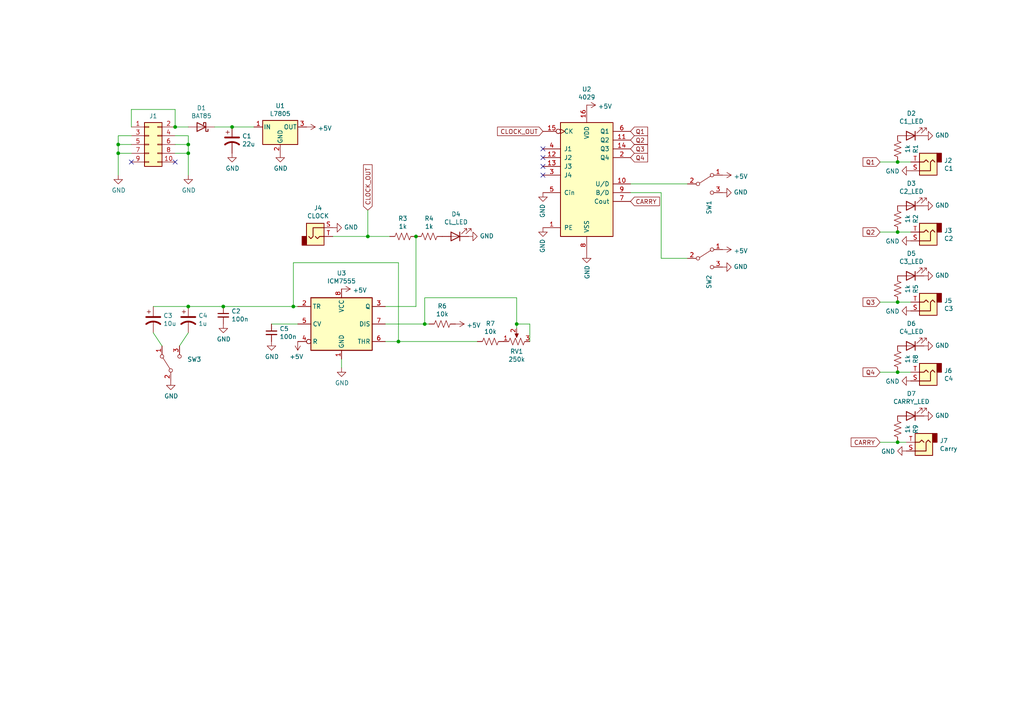
<source format=kicad_sch>
(kicad_sch (version 20211123) (generator eeschema)
  (paper "A4")
  (lib_symbols
    (symbol "4xxx:4029" (pin_names (offset 1.016))
      (property "Reference" "U" (at -7.62 16.51 0))
      (property "Value" "4029" (at -7.62 -19.05 0))
      (symbol "4029_1_0"
        (pin input line (at -12.7 -15.24 0) (length 5.08) (name "PE") (number "1"))
        (pin input line (at 12.7 -2.54 180) (length 5.08) (name "U/D") (number "10"))
        (pin output line (at 12.7 10.16 180) (length 5.08) (name "Q2") (number "11"))
        (pin input line (at -12.7 5.08 0) (length 5.08) (name "J2") (number "12"))
        (pin input line (at -12.7 2.54 0) (length 5.08) (name "J3") (number "13"))
        (pin output line (at 12.7 7.62 180) (length 5.08) (name "Q3") (number "14"))
        (pin input inverted_clock (at -12.7 12.7 0) (length 5.08) (name "CK") (number "15"))
        (pin power_in line (at 0 20.32 270) (length 5.08) (name "VDD") (number "16"))
        (pin output line (at 12.7 5.08 180) (length 5.08) (name "Q4") (number "2"))
        (pin input line (at -12.7 0 0) (length 5.08) (name "J4") (number "3"))
        (pin input line (at -12.7 7.62 0) (length 5.08) (name "J1") (number "4"))
        (pin input line (at -12.7 -5.08 0) (length 5.08) (name "Cin") (number "5"))
        (pin output line (at 12.7 12.7 180) (length 5.08) (name "Q1") (number "6"))
        (pin output line (at 12.7 -7.62 180) (length 5.08) (name "Cout") (number "7"))
        (pin power_in line (at 0 -22.86 90) (length 5.08) (name "VSS") (number "8"))
        (pin input line (at 12.7 -5.08 180) (length 5.08) (name "B/D") (number "9"))
      )
      (symbol "4029_1_1"
        (rectangle (start -7.62 15.24) (end 7.62 -17.78) (stroke (width 0.254)) (fill (type background)))
      )
    )
    (symbol "7555-4029-rescue:CP1-Device" (pin_numbers hide) (pin_names (offset 0.254) hide)
      (property "Reference" "C" (at 0.635 2.54 0))
      (property "Value" "CP1-Device" (at 0.635 -2.54 0))
      (symbol "CP1-Device_0_1"
        (polyline (pts (xy -2.032 0.762) (xy 2.032 0.762)) (stroke (width 0.508)))
        (polyline (pts (xy -1.778 2.286) (xy -0.762 2.286)))
        (polyline (pts (xy -1.27 1.778) (xy -1.27 2.794)))
        (arc (start 2.032 -1.27) (mid 0 -0.5572) (end -2.032 -1.27) (stroke (width 0.508)))
      )
      (symbol "CP1-Device_1_1"
        (pin passive line (at 0 3.81 270) (length 2.794) (name "~") (number "1"))
        (pin passive line (at 0 -3.81 90) (length 3.302) (name "~") (number "2"))
      )
    )
    (symbol "7555-4029-rescue:R_POT_US-Device" (pin_names (offset 1.016) hide)
      (property "Reference" "RV" (at -4.445 0 90))
      (property "Value" "R_POT_US-Device" (at -2.54 0 90))
      (symbol "R_POT_US-Device_0_1"
        (polyline (pts (xy 0 -2.286) (xy 0 -2.54)))
        (polyline (pts (xy 0 2.54) (xy 0 2.286)))
        (polyline (pts (xy 2.54 0) (xy 1.524 0)))
        (polyline (pts (xy 1.143 0) (xy 2.286 0.508) (xy 2.286 -0.508) (xy 1.143 0)) (fill (type outline)))
        (polyline (pts (xy 0 -0.762) (xy 1.016 -1.143) (xy 0 -1.524) (xy -1.016 -1.905) (xy 0 -2.286)))
        (polyline (pts (xy 0 0.762) (xy 1.016 0.381) (xy 0 0) (xy -1.016 -0.381) (xy 0 -0.762)))
        (polyline (pts (xy 0 2.286) (xy 1.016 1.905) (xy 0 1.524) (xy -1.016 1.143) (xy 0 0.762)))
      )
      (symbol "R_POT_US-Device_1_1"
        (pin passive line (at 0 3.81 270) (length 1.27) (name "1") (number "1"))
        (pin passive line (at 3.81 0 180) (length 1.27) (name "2") (number "2"))
        (pin passive line (at 0 -3.81 90) (length 1.27) (name "3") (number "3"))
      )
    )
    (symbol "Connector:AudioJack2"
      (property "Reference" "J" (at 0 8.89 0))
      (property "Value" "AudioJack2" (at 0 6.35 0))
      (symbol "AudioJack2_0_1"
        (rectangle (start -3.81 0) (end -2.54 -2.54) (stroke (width 0.254)) (fill (type outline)))
        (rectangle (start -2.54 3.81) (end 2.54 -2.54) (stroke (width 0.254)) (fill (type background)))
        (polyline (pts (xy 0 0) (xy 0.635 -0.635) (xy 1.27 0) (xy 2.54 0)) (stroke (width 0.254)))
        (polyline (pts (xy 2.54 2.54) (xy -0.635 2.54) (xy -0.635 0) (xy -1.27 -0.635) (xy -1.905 0)) (stroke (width 0.254)))
      )
      (symbol "AudioJack2_1_1"
        (pin passive line (at 5.08 2.54 180) (length 2.54) (name "~") (number "S"))
        (pin passive line (at 5.08 0 180) (length 2.54) (name "~") (number "T"))
      )
    )
    (symbol "Connector_Generic:Conn_02x05_Odd_Even" (pin_names (offset 1.016) hide)
      (property "Reference" "J" (at 1.27 7.62 0))
      (property "Value" "Conn_02x05_Odd_Even" (at 1.27 -7.62 0))
      (symbol "Conn_02x05_Odd_Even_1_1"
        (rectangle (start -1.27 -4.953) (end 0 -5.207) (stroke (width 0.1524)))
        (rectangle (start -1.27 -2.413) (end 0 -2.667) (stroke (width 0.1524)))
        (rectangle (start -1.27 0.127) (end 0 -0.127) (stroke (width 0.1524)))
        (rectangle (start -1.27 2.667) (end 0 2.413) (stroke (width 0.1524)))
        (rectangle (start -1.27 5.207) (end 0 4.953) (stroke (width 0.1524)))
        (rectangle (start -1.27 6.35) (end 3.81 -6.35) (stroke (width 0.254)) (fill (type background)))
        (rectangle (start 3.81 -4.953) (end 2.54 -5.207) (stroke (width 0.1524)))
        (rectangle (start 3.81 -2.413) (end 2.54 -2.667) (stroke (width 0.1524)))
        (rectangle (start 3.81 0.127) (end 2.54 -0.127) (stroke (width 0.1524)))
        (rectangle (start 3.81 2.667) (end 2.54 2.413) (stroke (width 0.1524)))
        (rectangle (start 3.81 5.207) (end 2.54 4.953) (stroke (width 0.1524)))
        (pin passive line (at -5.08 5.08 0) (length 3.81) (name "Pin_1") (number "1"))
        (pin passive line (at 7.62 -5.08 180) (length 3.81) (name "Pin_10") (number "10"))
        (pin passive line (at 7.62 5.08 180) (length 3.81) (name "Pin_2") (number "2"))
        (pin passive line (at -5.08 2.54 0) (length 3.81) (name "Pin_3") (number "3"))
        (pin passive line (at 7.62 2.54 180) (length 3.81) (name "Pin_4") (number "4"))
        (pin passive line (at -5.08 0 0) (length 3.81) (name "Pin_5") (number "5"))
        (pin passive line (at 7.62 0 180) (length 3.81) (name "Pin_6") (number "6"))
        (pin passive line (at -5.08 -2.54 0) (length 3.81) (name "Pin_7") (number "7"))
        (pin passive line (at 7.62 -2.54 180) (length 3.81) (name "Pin_8") (number "8"))
        (pin passive line (at -5.08 -5.08 0) (length 3.81) (name "Pin_9") (number "9"))
      )
    )
    (symbol "Device:C_Small" (pin_numbers hide) (pin_names (offset 0.254) hide)
      (property "Reference" "C" (at 0.254 1.778 0))
      (property "Value" "C_Small" (at 0.254 -2.032 0))
      (symbol "C_Small_0_1"
        (polyline (pts (xy -1.524 -0.508) (xy 1.524 -0.508)) (stroke (width 0.3302)))
        (polyline (pts (xy -1.524 0.508) (xy 1.524 0.508)) (stroke (width 0.3048)))
      )
      (symbol "C_Small_1_1"
        (pin passive line (at 0 2.54 270) (length 2.032) (name "~") (number "1"))
        (pin passive line (at 0 -2.54 90) (length 2.032) (name "~") (number "2"))
      )
    )
    (symbol "Device:LED" (pin_numbers hide) (pin_names (offset 1.016) hide)
      (property "Reference" "D" (at 0 2.54 0))
      (property "Value" "LED" (at 0 -2.54 0))
      (symbol "LED_0_1"
        (polyline (pts (xy -1.27 -1.27) (xy -1.27 1.27)) (stroke (width 0.254)))
        (polyline (pts (xy -1.27 0) (xy 1.27 0)))
        (polyline (pts (xy 1.27 -1.27) (xy 1.27 1.27) (xy -1.27 0) (xy 1.27 -1.27)) (stroke (width 0.254)))
        (polyline (pts (xy -3.048 -0.762) (xy -4.572 -2.286) (xy -3.81 -2.286) (xy -4.572 -2.286) (xy -4.572 -1.524)))
        (polyline (pts (xy -1.778 -0.762) (xy -3.302 -2.286) (xy -2.54 -2.286) (xy -3.302 -2.286) (xy -3.302 -1.524)))
      )
      (symbol "LED_1_1"
        (pin passive line (at -3.81 0 0) (length 2.54) (name "K") (number "1"))
        (pin passive line (at 3.81 0 180) (length 2.54) (name "A") (number "2"))
      )
    )
    (symbol "Device:R_US" (pin_numbers hide) (pin_names (offset 0))
      (property "Reference" "R" (at 2.54 0 90))
      (property "Value" "R_US" (at -2.54 0 90))
      (symbol "R_US_0_1"
        (polyline (pts (xy 0 -2.286) (xy 0 -2.54)))
        (polyline (pts (xy 0 2.286) (xy 0 2.54)))
        (polyline (pts (xy 0 -0.762) (xy 1.016 -1.143) (xy 0 -1.524) (xy -1.016 -1.905) (xy 0 -2.286)))
        (polyline (pts (xy 0 0.762) (xy 1.016 0.381) (xy 0 0) (xy -1.016 -0.381) (xy 0 -0.762)))
        (polyline (pts (xy 0 2.286) (xy 1.016 1.905) (xy 0 1.524) (xy -1.016 1.143) (xy 0 0.762)))
      )
      (symbol "R_US_1_1"
        (pin passive line (at 0 3.81 270) (length 1.27) (name "~") (number "1"))
        (pin passive line (at 0 -3.81 90) (length 1.27) (name "~") (number "2"))
      )
    )
    (symbol "Diode:BAT85" (pin_numbers hide) (pin_names (offset 1.016) hide)
      (property "Reference" "D" (at 0 2.54 0))
      (property "Value" "BAT85" (at 0 -2.54 0))
      (symbol "BAT85_0_1"
        (polyline (pts (xy 1.27 0) (xy -1.27 0)))
        (polyline (pts (xy 1.27 1.27) (xy 1.27 -1.27) (xy -1.27 0) (xy 1.27 1.27)) (stroke (width 0.254)))
        (polyline (pts (xy -1.905 0.635) (xy -1.905 1.27) (xy -1.27 1.27) (xy -1.27 -1.27) (xy -0.635 -1.27) (xy -0.635 -0.635)) (stroke (width 0.254)))
      )
      (symbol "BAT85_1_1"
        (pin passive line (at -3.81 0 0) (length 2.54) (name "K") (number "1"))
        (pin passive line (at 3.81 0 180) (length 2.54) (name "A") (number "2"))
      )
    )
    (symbol "Regulator_Linear:L7805" (pin_names (offset 0.254))
      (property "Reference" "U" (at -3.81 3.175 0))
      (property "Value" "L7805" (at 0 3.175 0))
      (symbol "L7805_0_1"
        (rectangle (start -5.08 1.905) (end 5.08 -5.08) (stroke (width 0.254)) (fill (type background)))
      )
      (symbol "L7805_1_1"
        (pin power_in line (at -7.62 0 0) (length 2.54) (name "IN") (number "1"))
        (pin power_in line (at 0 -7.62 90) (length 2.54) (name "GND") (number "2"))
        (pin power_out line (at 7.62 0 180) (length 2.54) (name "OUT") (number "3"))
      )
    )
    (symbol "Switch:SW_SPDT" (pin_names (offset 0) hide)
      (property "Reference" "SW" (at 0 4.318 0))
      (property "Value" "SW_SPDT" (at 0 -5.08 0))
      (symbol "SW_SPDT_0_0"
        (circle (center -2.032 0) (radius 0.508))
        (circle (center 2.032 -2.54) (radius 0.508))
      )
      (symbol "SW_SPDT_0_1"
        (polyline (pts (xy -1.524 0.254) (xy 1.651 2.286)))
        (circle (center 2.032 2.54) (radius 0.508))
      )
      (symbol "SW_SPDT_1_1"
        (pin passive line (at 5.08 2.54 180) (length 2.54) (name "A") (number "1"))
        (pin passive line (at -5.08 0 0) (length 2.54) (name "B") (number "2"))
        (pin passive line (at 5.08 -2.54 180) (length 2.54) (name "C") (number "3"))
      )
    )
    (symbol "Timer:ICM7555xB"
      (property "Reference" "U" (at -10.16 8.89 0))
      (property "Value" "ICM7555xB" (at 2.54 8.89 0))
      (symbol "ICM7555xB_0_0"
        (pin power_in line (at 0 -10.16 90) (length 2.54) (name "GND") (number "1"))
        (pin power_in line (at 0 10.16 270) (length 2.54) (name "VCC") (number "8"))
      )
      (symbol "ICM7555xB_0_1"
        (rectangle (start -8.89 -7.62) (end 8.89 7.62) (stroke (width 0.254)) (fill (type background)))
        (rectangle (start -8.89 -7.62) (end 8.89 7.62) (stroke (width 0.254)) (fill (type background)))
      )
      (symbol "ICM7555xB_1_1"
        (pin input line (at -12.7 5.08 0) (length 3.81) (name "TR") (number "2"))
        (pin output line (at 12.7 5.08 180) (length 3.81) (name "Q") (number "3"))
        (pin input inverted (at -12.7 -5.08 0) (length 3.81) (name "R") (number "4"))
        (pin input line (at -12.7 0 0) (length 3.81) (name "CV") (number "5"))
        (pin input line (at 12.7 -5.08 180) (length 3.81) (name "THR") (number "6"))
        (pin input line (at 12.7 0 180) (length 3.81) (name "DIS") (number "7"))
      )
    )
    (symbol "power:+5V" (power) (pin_names (offset 0))
      (property "Value" "+5V" (at 0 3.556 0))
      (symbol "+5V_0_1"
        (polyline (pts (xy -0.762 1.27) (xy 0 2.54)))
        (polyline (pts (xy 0 0) (xy 0 2.54)))
        (polyline (pts (xy 0 2.54) (xy 0.762 1.27)))
      )
      (symbol "+5V_1_1"
        (pin power_in line (at 0 0 90) (length 0) hide (name "+5V") (number "1"))
      )
    )
    (symbol "power:GND" (power) (pin_names (offset 0))
      (property "Value" "GND" (at 0 -3.81 0))
      (symbol "GND_0_1"
        (polyline (pts (xy 0 0) (xy 0 -1.27) (xy 1.27 -1.27) (xy 0 -2.54) (xy -1.27 -1.27) (xy 0 -1.27)))
      )
      (symbol "GND_1_1"
        (pin power_in line (at 0 0 270) (length 0) hide (name "GND") (number "1"))
      )
    )
  )
  (junction (at 106.68 68.58))
  (junction (at 64.77 88.9))
  (junction (at 54.61 88.9))
  (junction (at 260.35 128.27))
  (junction (at 85.09 88.9))
  (junction (at 67.31 36.83))
  (junction (at 149.86 93.98))
  (junction (at 260.35 107.95))
  (junction (at 54.61 44.45))
  (junction (at 120.65 68.58))
  (junction (at 260.35 46.99))
  (junction (at 115.57 99.06))
  (junction (at 50.8 36.83))
  (junction (at 260.35 87.63))
  (junction (at 34.29 44.45))
  (junction (at 54.61 41.91))
  (junction (at 260.35 67.31))
  (junction (at 123.19 93.98))
  (junction (at 34.29 41.91))
  (no_connect (at 157.48 43.18))
  (no_connect (at 50.8 46.99))
  (no_connect (at 157.48 48.26))
  (no_connect (at 38.1 46.99))
  (no_connect (at 157.48 50.8))
  (no_connect (at 157.48 45.72))
  (wire (pts (xy 123.19 93.98) (xy 124.46 93.98)))
  (wire (pts (xy 38.1 36.83) (xy 38.1 31.75)))
  (wire (pts (xy 191.77 74.93) (xy 199.39 74.93)))
  (wire (pts (xy 50.8 41.91) (xy 54.61 41.91)))
  (wire (pts (xy 255.27 67.31) (xy 260.35 67.31)))
  (wire (pts (xy 52.07 100.33) (xy 54.61 96.52)))
  (wire (pts (xy 260.35 128.27) (xy 262.89 128.27)))
  (wire (pts (xy 54.61 39.37) (xy 54.61 41.91)))
  (wire (pts (xy 111.76 88.9) (xy 120.65 88.9)))
  (wire (pts (xy 191.77 55.88) (xy 191.77 74.93)))
  (wire (pts (xy 85.09 88.9) (xy 64.77 88.9)))
  (wire (pts (xy 260.35 46.99) (xy 264.16 46.99)))
  (wire (pts (xy 260.35 87.63) (xy 264.16 87.63)))
  (wire (pts (xy 64.77 88.9) (xy 54.61 88.9)))
  (wire (pts (xy 260.35 128.27) (xy 255.27 128.27)))
  (wire (pts (xy 111.76 93.98) (xy 123.19 93.98)))
  (wire (pts (xy 260.35 67.31) (xy 264.16 67.31)))
  (wire (pts (xy 34.29 39.37) (xy 34.29 41.91)))
  (wire (pts (xy 123.19 86.36) (xy 149.86 86.36)))
  (wire (pts (xy 120.65 88.9) (xy 120.65 68.58)))
  (wire (pts (xy 255.27 107.95) (xy 260.35 107.95)))
  (wire (pts (xy 86.36 88.9) (xy 85.09 88.9)))
  (wire (pts (xy 34.29 41.91) (xy 38.1 41.91)))
  (wire (pts (xy 50.8 44.45) (xy 54.61 44.45)))
  (wire (pts (xy 34.29 44.45) (xy 34.29 50.8)))
  (wire (pts (xy 106.68 68.58) (xy 96.52 68.58)))
  (wire (pts (xy 153.67 93.98) (xy 149.86 93.98)))
  (wire (pts (xy 38.1 31.75) (xy 50.8 31.75)))
  (wire (pts (xy 86.36 93.98) (xy 78.74 93.98)))
  (wire (pts (xy 106.68 68.58) (xy 106.68 60.96)))
  (wire (pts (xy 62.23 36.83) (xy 67.31 36.83)))
  (wire (pts (xy 85.09 76.2) (xy 85.09 88.9)))
  (wire (pts (xy 138.43 99.06) (xy 115.57 99.06)))
  (wire (pts (xy 34.29 41.91) (xy 34.29 44.45)))
  (wire (pts (xy 54.61 44.45) (xy 54.61 50.8)))
  (wire (pts (xy 50.8 31.75) (xy 50.8 36.83)))
  (wire (pts (xy 54.61 88.9) (xy 44.45 88.9)))
  (wire (pts (xy 99.06 106.68) (xy 99.06 104.14)))
  (wire (pts (xy 115.57 76.2) (xy 85.09 76.2)))
  (wire (pts (xy 67.31 36.83) (xy 73.66 36.83)))
  (wire (pts (xy 255.27 87.63) (xy 260.35 87.63)))
  (wire (pts (xy 115.57 76.2) (xy 115.57 99.06)))
  (wire (pts (xy 149.86 93.98) (xy 149.86 95.25)))
  (wire (pts (xy 153.67 99.06) (xy 153.67 93.98)))
  (wire (pts (xy 113.03 68.58) (xy 106.68 68.58)))
  (wire (pts (xy 111.76 99.06) (xy 115.57 99.06)))
  (wire (pts (xy 182.88 53.34) (xy 199.39 53.34)))
  (wire (pts (xy 149.86 86.36) (xy 149.86 93.98)))
  (wire (pts (xy 50.8 39.37) (xy 54.61 39.37)))
  (wire (pts (xy 54.61 41.91) (xy 54.61 44.45)))
  (wire (pts (xy 255.27 46.99) (xy 260.35 46.99)))
  (wire (pts (xy 46.99 100.33) (xy 44.45 96.52)))
  (wire (pts (xy 182.88 55.88) (xy 191.77 55.88)))
  (wire (pts (xy 50.8 36.83) (xy 54.61 36.83)))
  (wire (pts (xy 123.19 93.98) (xy 123.19 86.36)))
  (wire (pts (xy 38.1 44.45) (xy 34.29 44.45)))
  (wire (pts (xy 264.16 107.95) (xy 260.35 107.95)))
  (wire (pts (xy 38.1 39.37) (xy 34.29 39.37)))
  (global_label "Q3" (shape input) (at 255.27 87.63 180) (property "Intersheet References" "${INTERSHEET_REFS}" (effects hide)))
  (global_label "Q2" (shape input) (at 255.27 67.31 180) (property "Intersheet References" "${INTERSHEET_REFS}" (effects hide)))
  (global_label "Q1" (shape input) (at 255.27 46.99 180) (property "Intersheet References" "${INTERSHEET_REFS}" (effects hide)))
  (global_label "Q4" (shape input) (at 255.27 107.95 180) (property "Intersheet References" "${INTERSHEET_REFS}" (effects hide)))
  (global_label "Q4" (shape input) (at 182.88 45.72 0) (property "Intersheet References" "${INTERSHEET_REFS}" (effects hide)))
  (global_label "CARRY" (shape input) (at 182.88 58.42 0) (property "Intersheet References" "${INTERSHEET_REFS}" (effects hide)))
  (global_label "CARRY" (shape input) (at 255.27 128.27 180) (property "Intersheet References" "${INTERSHEET_REFS}" (effects hide)))
  (global_label "Q3" (shape input) (at 182.88 43.18 0) (property "Intersheet References" "${INTERSHEET_REFS}" (effects hide)))
  (global_label "Q1" (shape input) (at 182.88 38.1 0) (property "Intersheet References" "${INTERSHEET_REFS}" (effects hide)))
  (global_label "CLOCK_OUT" (shape input) (at 106.68 60.96 90) (property "Intersheet References" "${INTERSHEET_REFS}" (effects hide)))
  (global_label "Q2" (shape input) (at 182.88 40.64 0) (property "Intersheet References" "${INTERSHEET_REFS}" (effects hide)))
  (global_label "CLOCK_OUT" (shape input) (at 157.48 38.1 180) (property "Intersheet References" "${INTERSHEET_REFS}" (effects hide)))
  (symbol (lib_id "Switch:SW_SPDT") (at 204.47 53.34 0) (unit 1)
    (property "Reference" "SW1" (at 205.6384 58.1152 90) (effects (justify right)))
    (property "Value" "SW_SPDT" (effects hide))
    (property "Footprint" "Connector_PinSocket_2.54mm:PinSocket_1x03_P2.54mm_Vertical" (effects hide))
  )
  (symbol (lib_id "power:GND") (at 96.52 66.04 90) (unit 1)
    (property "Reference" "#PWR013" (effects hide))
    (property "Value" "GND" (at 99.7712 65.913 90) (effects (justify right)))
  )
  (symbol (lib_id "Device:C_Small") (at 64.77 91.44 0) (unit 1)
    (property "Reference" "C2" (at 67.1068 90.2716 0) (effects (justify left)))
    (property "Value" "100n" (at 67.1068 92.583 0) (effects (justify left)))
    (property "Footprint" "benjiaomodular:Capacitor_Disc_D3.8mm_W2.6mm_P2.50mm" (effects hide))
  )
  (symbol (lib_id "Device:R_US") (at 142.24 99.06 270) (unit 1)
    (property "Reference" "R7" (at 142.24 93.853 90))
    (property "Value" "10k" (at 142.24 96.1644 90))
    (property "Footprint" "benjiaomodular:Resistor_L6.3mm_D2.5mm_P7.62mm_Horizontal" (effects hide))
  )
  (symbol (lib_id "power:GND") (at 267.97 80.01 90) (unit 1)
    (property "Reference" "#PWR020" (effects hide))
    (property "Value" "GND" (at 271.2212 79.883 90) (effects (justify right)))
  )
  (symbol (lib_id "power:GND") (at 267.97 120.65 90) (unit 1)
    (property "Reference" "#PWR031" (effects hide))
    (property "Value" "GND" (at 271.2212 120.523 90) (effects (justify right)))
  )
  (symbol (lib_id "power:GND") (at 34.29 50.8 0) (unit 1)
    (property "Reference" "#PWR07" (effects hide))
    (property "Value" "GND" (at 34.417 55.1942 0))
  )
  (symbol (lib_id "Regulator_Linear:L7805") (at 81.28 36.83 0) (unit 1)
    (property "Reference" "U1" (at 81.28 30.6832 0))
    (property "Value" "L7805" (at 81.28 32.9946 0))
    (property "Footprint" "Package_TO_SOT_THT:TO-220-3_Vertical" (effects hide))
    (property "Datasheet" "http://www.st.com/content/ccc/resource/technical/document/datasheet/41/4f/b3/b0/12/d4/47/88/CD00000444.pdf/files/CD00000444.pdf/jcr:content/translations/en.CD00000444.pdf" (effects hide))
  )
  (symbol (lib_id "Device:LED") (at 264.16 120.65 180) (unit 1)
    (property "Reference" "D7" (at 264.3378 114.173 0))
    (property "Value" "CARRY_LED" (at 264.3378 116.4844 0))
    (property "Footprint" "LED_THT:LED_D3.0mm" (effects hide))
  )
  (symbol (lib_id "power:+5V") (at 99.06 83.82 270) (unit 1)
    (property "Reference" "#PWR021" (effects hide))
    (property "Value" "+5V" (at 102.3112 84.201 90) (effects (justify left)))
  )
  (symbol (lib_id "power:GND") (at 264.16 69.85 270) (unit 1)
    (property "Reference" "#PWR016" (effects hide))
    (property "Value" "GND" (at 260.9088 69.977 90) (effects (justify right)))
  )
  (symbol (lib_id "Device:LED") (at 132.08 68.58 180) (unit 1)
    (property "Reference" "D4" (at 132.2578 62.103 0))
    (property "Value" "CL_LED" (at 132.2578 64.4144 0))
    (property "Footprint" "LED_THT:LED_D3.0mm" (effects hide))
  )
  (symbol (lib_id "Device:R_US") (at 260.35 104.14 180) (unit 1)
    (property "Reference" "R8" (at 265.557 104.14 90))
    (property "Value" "1k" (at 263.2456 104.14 90))
    (property "Footprint" "benjiaomodular:Resistor_L6.3mm_D2.5mm_P7.62mm_Horizontal" (effects hide))
  )
  (symbol (lib_id "7555-4029-rescue:CP1-Device") (at 67.31 40.64 0) (unit 1)
    (property "Reference" "C1" (at 70.231 39.4716 0) (effects (justify left)))
    (property "Value" "22u" (at 70.231 41.783 0) (effects (justify left)))
    (property "Footprint" "benjiaomodular:Capacitor_Disc_D3.8mm_W2.6mm_P2.50mm" (effects hide))
  )
  (symbol (lib_id "Connector:AudioJack2") (at 91.44 68.58 0) (unit 1)
    (property "Reference" "J4" (at 92.2528 60.325 0))
    (property "Value" "CLOCK" (at 92.2528 62.6364 0))
    (property "Footprint" "benjiaomodular:AudioJack_3.5mm" (effects hide))
  )
  (symbol (lib_id "Device:R_US") (at 260.35 63.5 180) (unit 1)
    (property "Reference" "R2" (at 265.557 63.5 90))
    (property "Value" "1k" (at 263.2456 63.5 90))
    (property "Footprint" "benjiaomodular:Resistor_L6.3mm_D2.5mm_P7.62mm_Horizontal" (effects hide))
  )
  (symbol (lib_id "Device:R_US") (at 116.84 68.58 270) (unit 1)
    (property "Reference" "R3" (at 116.84 63.373 90))
    (property "Value" "1k" (at 116.84 65.6844 90))
    (property "Footprint" "benjiaomodular:Resistor_L6.3mm_D2.5mm_P7.62mm_Horizontal" (effects hide))
  )
  (symbol (lib_id "power:GND") (at 49.53 110.49 0) (unit 1)
    (property "Reference" "#PWR029" (effects hide))
    (property "Value" "GND" (at 49.657 114.8842 0))
  )
  (symbol (lib_id "7555-4029-rescue:CP1-Device") (at 44.45 92.71 0) (unit 1)
    (property "Reference" "C3" (at 47.371 91.5416 0) (effects (justify left)))
    (property "Value" "10u" (at 47.371 93.853 0) (effects (justify left)))
    (property "Footprint" "benjiaomodular:Capacitor_Radial_D5.0mm_P2.5mm" (effects hide))
  )
  (symbol (lib_id "Device:R_US") (at 260.35 83.82 180) (unit 1)
    (property "Reference" "R5" (at 265.557 83.82 90))
    (property "Value" "1k" (at 263.2456 83.82 90))
    (property "Footprint" "benjiaomodular:Resistor_L6.3mm_D2.5mm_P7.62mm_Horizontal" (effects hide))
  )
  (symbol (lib_id "power:+5V") (at 88.9 36.83 270) (unit 1)
    (property "Reference" "#PWR02" (effects hide))
    (property "Value" "+5V" (at 92.1512 37.211 90) (effects (justify left)))
  )
  (symbol (lib_id "Connector:AudioJack2") (at 269.24 67.31 180) (unit 1)
    (property "Reference" "J3" (at 273.812 66.8782 0) (effects (justify right)))
    (property "Value" "C2" (at 273.812 69.1896 0) (effects (justify right)))
    (property "Footprint" "benjiaomodular:AudioJack_3.5mm" (effects hide))
  )
  (symbol (lib_id "power:+5V") (at 86.36 99.06 180) (unit 1)
    (property "Reference" "#PWR026" (effects hide))
    (property "Value" "+5V" (at 85.979 103.4542 0))
  )
  (symbol (lib_id "power:+5V") (at 209.55 50.8 270) (unit 1)
    (property "Reference" "#PWR09" (effects hide))
    (property "Value" "+5V" (at 212.8012 51.181 90) (effects (justify left)))
  )
  (symbol (lib_id "power:GND") (at 170.18 73.66 0) (unit 1)
    (property "Reference" "#PWR018" (effects hide))
    (property "Value" "GND" (at 170.307 76.9112 90) (effects (justify right)))
  )
  (symbol (lib_id "power:GND") (at 267.97 39.37 90) (unit 1)
    (property "Reference" "#PWR03" (effects hide))
    (property "Value" "GND" (at 271.2212 39.243 90) (effects (justify right)))
  )
  (symbol (lib_id "power:GND") (at 54.61 50.8 0) (unit 1)
    (property "Reference" "#PWR08" (effects hide))
    (property "Value" "GND" (at 54.737 55.1942 0))
  )
  (symbol (lib_id "Device:R_US") (at 260.35 124.46 180) (unit 1)
    (property "Reference" "R9" (at 265.557 124.46 90))
    (property "Value" "1k" (at 263.2456 124.46 90))
    (property "Footprint" "benjiaomodular:Resistor_L6.3mm_D2.5mm_P7.62mm_Horizontal" (effects hide))
  )
  (symbol (lib_id "Device:LED") (at 264.16 39.37 180) (unit 1)
    (property "Reference" "D2" (at 264.3378 32.893 0))
    (property "Value" "C1_LED" (at 264.3378 35.2044 0))
    (property "Footprint" "LED_THT:LED_D3.0mm" (effects hide))
  )
  (symbol (lib_id "power:+5V") (at 132.08 93.98 270) (unit 1)
    (property "Reference" "#PWR024" (effects hide))
    (property "Value" "+5V" (at 135.3312 94.361 90) (effects (justify left)))
  )
  (symbol (lib_id "Connector:AudioJack2") (at 269.24 107.95 180) (unit 1)
    (property "Reference" "J6" (at 273.812 107.5182 0) (effects (justify right)))
    (property "Value" "C4" (at 273.812 109.8296 0) (effects (justify right)))
    (property "Footprint" "benjiaomodular:AudioJack_3.5mm" (effects hide))
  )
  (symbol (lib_id "power:GND") (at 264.16 49.53 270) (unit 1)
    (property "Reference" "#PWR06" (effects hide))
    (property "Value" "GND" (at 260.9088 49.657 90) (effects (justify right)))
  )
  (symbol (lib_id "power:GND") (at 67.31 44.45 0) (unit 1)
    (property "Reference" "#PWR04" (effects hide))
    (property "Value" "GND" (at 67.437 48.8442 0))
  )
  (symbol (lib_id "power:GND") (at 157.48 55.88 0) (mirror y) (unit 1)
    (property "Reference" "#PWR010" (effects hide))
    (property "Value" "GND" (at 157.353 59.1312 90) (effects (justify right)))
  )
  (symbol (lib_id "7555-4029-rescue:CP1-Device") (at 54.61 92.71 0) (unit 1)
    (property "Reference" "C4" (at 57.531 91.5416 0) (effects (justify left)))
    (property "Value" "1u" (at 57.531 93.853 0) (effects (justify left)))
    (property "Footprint" "benjiaomodular:Capacitor_Radial_D5.0mm_P2.5mm" (effects hide))
  )
  (symbol (lib_id "Device:R_US") (at 128.27 93.98 270) (unit 1)
    (property "Reference" "R6" (at 128.27 88.773 90))
    (property "Value" "10k" (at 128.27 91.0844 90))
    (property "Footprint" "benjiaomodular:Resistor_L6.3mm_D2.5mm_P7.62mm_Horizontal" (effects hide))
  )
  (symbol (lib_id "power:GND") (at 262.89 130.81 270) (unit 1)
    (property "Reference" "#PWR032" (effects hide))
    (property "Value" "GND" (at 259.6388 130.937 90) (effects (justify right)))
  )
  (symbol (lib_id "Switch:SW_SPDT") (at 49.53 105.41 90) (unit 1)
    (property "Reference" "SW3" (at 54.3052 104.2416 90) (effects (justify right)))
    (property "Value" "SW_SPDT" (effects hide))
    (property "Footprint" "Connector_PinSocket_2.54mm:PinSocket_1x03_P2.54mm_Vertical" (effects hide))
  )
  (symbol (lib_id "Connector_Generic:Conn_02x05_Odd_Even") (at 43.18 41.91 0) (unit 1)
    (property "Reference" "J1" (at 44.45 33.655 0))
    (property "Value" "Conn_02x05_Top_Bottom" (effects hide))
    (property "Footprint" "Connector_IDC:IDC-Header_2x05_P2.54mm_Vertical" (effects hide))
  )
  (symbol (lib_id "Connector:AudioJack2") (at 269.24 46.99 180) (unit 1)
    (property "Reference" "J2" (at 273.812 46.5582 0) (effects (justify right)))
    (property "Value" "C1" (at 273.812 48.8696 0) (effects (justify right)))
    (property "Footprint" "benjiaomodular:AudioJack_3.5mm" (effects hide))
  )
  (symbol (lib_id "power:GND") (at 64.77 93.98 0) (unit 1)
    (property "Reference" "#PWR023" (effects hide))
    (property "Value" "GND" (at 64.897 98.3742 0))
  )
  (symbol (lib_id "Device:R_US") (at 124.46 68.58 270) (unit 1)
    (property "Reference" "R4" (at 124.46 63.373 90))
    (property "Value" "1k" (at 124.46 65.6844 90))
    (property "Footprint" "benjiaomodular:Resistor_L6.3mm_D2.5mm_P7.62mm_Horizontal" (effects hide))
  )
  (symbol (lib_id "power:GND") (at 209.55 77.47 90) (unit 1)
    (property "Reference" "#PWR019" (effects hide))
    (property "Value" "GND" (at 212.8012 77.343 90) (effects (justify right)))
  )
  (symbol (lib_id "power:GND") (at 264.16 110.49 270) (unit 1)
    (property "Reference" "#PWR030" (effects hide))
    (property "Value" "GND" (at 260.9088 110.617 90) (effects (justify right)))
  )
  (symbol (lib_id "power:+5V") (at 209.55 72.39 270) (unit 1)
    (property "Reference" "#PWR017" (effects hide))
    (property "Value" "+5V" (at 212.8012 72.771 90) (effects (justify left)))
  )
  (symbol (lib_id "4xxx:4029") (at 170.18 50.8 0) (unit 1)
    (property "Reference" "U2" (at 170.18 25.8826 0))
    (property "Value" "4029" (at 170.18 28.194 0))
    (property "Footprint" "Package_DIP:DIP-16_W7.62mm" (effects hide))
    (property "Datasheet" "http://www.intersil.com/content/dam/Intersil/documents/cd40/cd4029bms.pdf" (effects hide))
  )
  (symbol (lib_id "power:GND") (at 81.28 44.45 0) (unit 1)
    (property "Reference" "#PWR05" (effects hide))
    (property "Value" "GND" (at 81.407 48.8442 0))
  )
  (symbol (lib_id "Device:LED") (at 264.16 80.01 180) (unit 1)
    (property "Reference" "D5" (at 264.3378 73.533 0))
    (property "Value" "C3_LED" (at 264.3378 75.8444 0))
    (property "Footprint" "LED_THT:LED_D3.0mm" (effects hide))
  )
  (symbol (lib_id "power:GND") (at 264.16 90.17 270) (unit 1)
    (property "Reference" "#PWR022" (effects hide))
    (property "Value" "GND" (at 260.9088 90.297 90) (effects (justify right)))
  )
  (symbol (lib_id "Device:LED") (at 264.16 100.33 180) (unit 1)
    (property "Reference" "D6" (at 264.3378 93.853 0))
    (property "Value" "C4_LED" (at 264.3378 96.1644 0))
    (property "Footprint" "LED_THT:LED_D3.0mm" (effects hide))
  )
  (symbol (lib_id "power:GND") (at 78.74 99.06 0) (unit 1)
    (property "Reference" "#PWR025" (effects hide))
    (property "Value" "GND" (at 78.867 103.4542 0))
  )
  (symbol (lib_id "power:GND") (at 157.48 66.04 0) (mirror y) (unit 1)
    (property "Reference" "#PWR014" (effects hide))
    (property "Value" "GND" (at 157.353 69.2912 90) (effects (justify right)))
  )
  (symbol (lib_id "Switch:SW_SPDT") (at 204.47 74.93 0) (unit 1)
    (property "Reference" "SW2" (at 205.6384 79.7052 90) (effects (justify right)))
    (property "Value" "SW_SPDT" (effects hide))
    (property "Footprint" "Connector_PinSocket_2.54mm:PinSocket_1x03_P2.54mm_Vertical" (effects hide))
  )
  (symbol (lib_id "Device:C_Small") (at 78.74 96.52 0) (unit 1)
    (property "Reference" "C5" (at 81.0768 95.3516 0) (effects (justify left)))
    (property "Value" "100n" (at 81.0768 97.663 0) (effects (justify left)))
    (property "Footprint" "benjiaomodular:Capacitor_Disc_D3.8mm_W2.6mm_P2.50mm" (effects hide))
  )
  (symbol (lib_id "Connector:AudioJack2") (at 269.24 87.63 180) (unit 1)
    (property "Reference" "J5" (at 273.812 87.1982 0) (effects (justify right)))
    (property "Value" "C3" (at 273.812 89.5096 0) (effects (justify right)))
    (property "Footprint" "benjiaomodular:AudioJack_3.5mm" (effects hide))
  )
  (symbol (lib_id "power:GND") (at 99.06 106.68 0) (unit 1)
    (property "Reference" "#PWR028" (effects hide))
    (property "Value" "GND" (at 99.187 111.0742 0))
  )
  (symbol (lib_id "Connector:AudioJack2") (at 267.97 128.27 180) (unit 1)
    (property "Reference" "J7" (at 272.542 127.8382 0) (effects (justify right)))
    (property "Value" "Carry" (at 272.542 130.1496 0) (effects (justify right)))
    (property "Footprint" "benjiaomodular:AudioJack_3.5mm" (effects hide))
  )
  (symbol (lib_id "Diode:BAT85") (at 58.42 36.83 180) (unit 1)
    (property "Reference" "D1" (at 58.42 31.3182 0))
    (property "Value" "BAT85" (at 58.42 33.6296 0))
    (property "Footprint" "Diode_THT:D_DO-35_SOD27_P7.62mm_Horizontal" (effects hide))
    (property "Datasheet" "https://assets.nexperia.com/documents/data-sheet/BAT85.pdf" (effects hide))
  )
  (symbol (lib_id "power:GND") (at 209.55 55.88 90) (unit 1)
    (property "Reference" "#PWR011" (effects hide))
    (property "Value" "GND" (at 212.8012 55.753 90) (effects (justify right)))
  )
  (symbol (lib_id "power:GND") (at 267.97 100.33 90) (unit 1)
    (property "Reference" "#PWR027" (effects hide))
    (property "Value" "GND" (at 271.2212 100.203 90) (effects (justify right)))
  )
  (symbol (lib_id "power:+5V") (at 170.18 30.48 270) (unit 1)
    (property "Reference" "#PWR01" (effects hide))
    (property "Value" "+5V" (at 173.4312 30.861 90) (effects (justify left)))
  )
  (symbol (lib_id "power:GND") (at 267.97 59.69 90) (unit 1)
    (property "Reference" "#PWR012" (effects hide))
    (property "Value" "GND" (at 271.2212 59.563 90) (effects (justify right)))
  )
  (symbol (lib_id "power:GND") (at 135.89 68.58 90) (unit 1)
    (property "Reference" "#PWR015" (effects hide))
    (property "Value" "GND" (at 139.1412 68.453 90) (effects (justify right)))
  )
  (symbol (lib_id "Device:LED") (at 264.16 59.69 180) (unit 1)
    (property "Reference" "D3" (at 264.3378 53.213 0))
    (property "Value" "C2_LED" (at 264.3378 55.5244 0))
    (property "Footprint" "LED_THT:LED_D3.0mm" (effects hide))
  )
  (symbol (lib_id "Device:R_US") (at 260.35 43.18 180) (unit 1)
    (property "Reference" "R1" (at 265.557 43.18 90))
    (property "Value" "1k" (at 263.2456 43.18 90))
    (property "Footprint" "benjiaomodular:Resistor_L6.3mm_D2.5mm_P7.62mm_Horizontal" (effects hide))
  )
  (symbol (lib_id "Timer:ICM7555xB") (at 99.06 93.98 0) (unit 1)
    (property "Reference" "U3" (at 99.06 79.2226 0))
    (property "Value" "ICM7555" (at 99.06 81.534 0))
    (property "Footprint" "Package_DIP:DIP-8_W7.62mm" (effects hide))
    (property "Datasheet" "http://www.intersil.com/content/dam/Intersil/documents/icm7/icm7555-56.pdf" (effects hide))
  )
  (symbol (lib_id "7555-4029-rescue:R_POT_US-Device") (at 149.86 99.06 90) (unit 1)
    (property "Reference" "RV1" (at 149.86 101.9302 90))
    (property "Value" "250k" (at 149.86 104.2416 90))
    (property "Footprint" "benjiaomodular:Potentiometer_RV09" (effects hide))
  )
)
</source>
